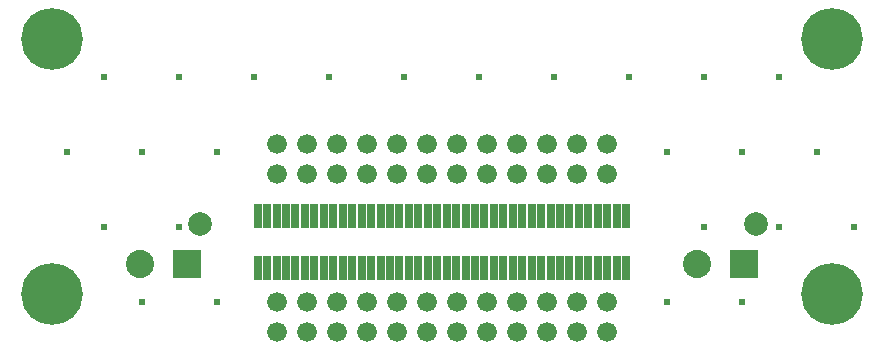
<source format=gts>
G04*
G04 #@! TF.GenerationSoftware,Altium Limited,Altium Designer,24.0.1 (36)*
G04*
G04 Layer_Color=8388736*
%FSLAX44Y44*%
%MOMM*%
G71*
G04*
G04 #@! TF.SameCoordinates,FEA383FD-90B8-454F-AD33-5B4C9E3D299A*
G04*
G04*
G04 #@! TF.FilePolarity,Negative*
G04*
G01*
G75*
%ADD14R,0.6500X2.1500*%
%ADD15C,2.0100*%
%ADD16R,2.3900X2.3900*%
%ADD17C,2.3900*%
%ADD18C,5.2300*%
%ADD19C,1.6740*%
%ADD20C,0.6072*%
D14*
X486200Y41500D02*
D03*
Y85500D02*
D03*
X478200Y41500D02*
D03*
Y85500D02*
D03*
X470200Y41500D02*
D03*
Y85500D02*
D03*
X462200Y41500D02*
D03*
Y85500D02*
D03*
X454200Y41500D02*
D03*
Y85500D02*
D03*
X446200Y41500D02*
D03*
Y85500D02*
D03*
X438200Y41500D02*
D03*
Y85500D02*
D03*
X430200Y41500D02*
D03*
Y85500D02*
D03*
X422200Y41500D02*
D03*
Y85500D02*
D03*
X414200Y41500D02*
D03*
Y85500D02*
D03*
X406200Y41500D02*
D03*
Y85500D02*
D03*
X398200Y41500D02*
D03*
Y85500D02*
D03*
X390200Y41500D02*
D03*
Y85500D02*
D03*
X382200Y41500D02*
D03*
Y85500D02*
D03*
X374200Y41500D02*
D03*
Y85500D02*
D03*
X366200Y41500D02*
D03*
Y85500D02*
D03*
X358200Y41500D02*
D03*
Y85500D02*
D03*
X350200Y41500D02*
D03*
Y85500D02*
D03*
X342200Y41500D02*
D03*
Y85500D02*
D03*
X334200Y41500D02*
D03*
Y85500D02*
D03*
X326200Y41500D02*
D03*
Y85500D02*
D03*
X318200Y41500D02*
D03*
Y85500D02*
D03*
X310200Y41500D02*
D03*
Y85500D02*
D03*
X302200Y41500D02*
D03*
Y85500D02*
D03*
X294200Y41500D02*
D03*
Y85500D02*
D03*
X286200Y41500D02*
D03*
Y85500D02*
D03*
X278200Y41500D02*
D03*
Y85500D02*
D03*
X270200Y41500D02*
D03*
Y85500D02*
D03*
X262200Y41500D02*
D03*
Y85500D02*
D03*
X254200Y41500D02*
D03*
Y85500D02*
D03*
X246200Y41500D02*
D03*
Y85500D02*
D03*
X238200Y41500D02*
D03*
Y85500D02*
D03*
X230200Y41500D02*
D03*
Y85500D02*
D03*
X222200Y41500D02*
D03*
Y85500D02*
D03*
X214200Y41500D02*
D03*
Y85500D02*
D03*
X206200Y41500D02*
D03*
Y85500D02*
D03*
X198200Y41500D02*
D03*
Y85500D02*
D03*
X190200Y41500D02*
D03*
Y85500D02*
D03*
X182200Y41500D02*
D03*
Y85500D02*
D03*
X174200Y41500D02*
D03*
Y85500D02*
D03*
D15*
X125100Y78450D02*
D03*
X596500D02*
D03*
D16*
X114300Y44450D02*
D03*
X585700D02*
D03*
D17*
X74700D02*
D03*
X546100D02*
D03*
D18*
X0Y234950D02*
D03*
X660400D02*
D03*
Y19050D02*
D03*
X0D02*
D03*
D19*
X190500Y-12700D02*
D03*
X215900D02*
D03*
X241300D02*
D03*
X266700D02*
D03*
X292100D02*
D03*
X317500D02*
D03*
X342900D02*
D03*
X368300D02*
D03*
X393700D02*
D03*
X419100D02*
D03*
X444500D02*
D03*
X469900D02*
D03*
X190500Y12700D02*
D03*
X215900D02*
D03*
X241300D02*
D03*
X266700D02*
D03*
X292100D02*
D03*
X317500D02*
D03*
X342900D02*
D03*
X368300D02*
D03*
X393700D02*
D03*
X419100D02*
D03*
X444500D02*
D03*
X469900D02*
D03*
X190500Y120650D02*
D03*
X215900D02*
D03*
X241300D02*
D03*
X266700D02*
D03*
X292100D02*
D03*
X317500D02*
D03*
X342900D02*
D03*
X368300D02*
D03*
X393700D02*
D03*
X419100D02*
D03*
X444500D02*
D03*
X469900D02*
D03*
X190500Y146050D02*
D03*
X215900D02*
D03*
X241300D02*
D03*
X266700D02*
D03*
X292100D02*
D03*
X317500D02*
D03*
X342900D02*
D03*
X368300D02*
D03*
X393700D02*
D03*
X419100D02*
D03*
X444500D02*
D03*
X469900D02*
D03*
D20*
X647700Y139700D02*
D03*
X679450Y76200D02*
D03*
X615950Y203200D02*
D03*
X584200Y139700D02*
D03*
X615950Y76200D02*
D03*
X584200Y12700D02*
D03*
X552450Y203200D02*
D03*
X520700Y139700D02*
D03*
X552450Y76200D02*
D03*
X520700Y12700D02*
D03*
X488950Y203200D02*
D03*
X425450D02*
D03*
X361950D02*
D03*
X298450D02*
D03*
X234950D02*
D03*
X171450D02*
D03*
X139700Y139700D02*
D03*
Y12700D02*
D03*
X107950Y203200D02*
D03*
X76200Y139700D02*
D03*
X107950Y76200D02*
D03*
X76200Y12700D02*
D03*
X44450Y203200D02*
D03*
X12700Y139700D02*
D03*
X44450Y76200D02*
D03*
M02*

</source>
